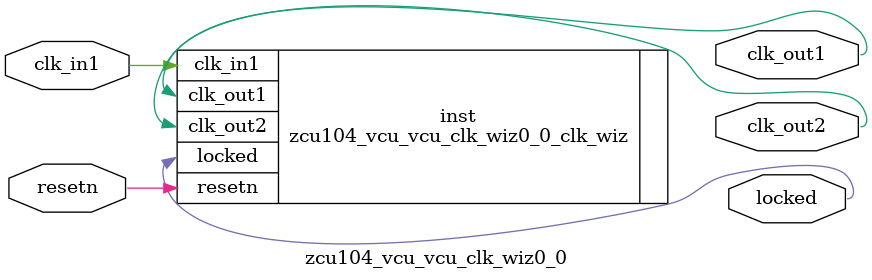
<source format=v>


`timescale 1ps/1ps

(* CORE_GENERATION_INFO = "zcu104_vcu_vcu_clk_wiz0_0,clk_wiz_v6_0_5_0_0,{component_name=zcu104_vcu_vcu_clk_wiz0_0,use_phase_alignment=false,use_min_o_jitter=false,use_max_i_jitter=false,use_dyn_phase_shift=false,use_inclk_switchover=false,use_dyn_reconfig=false,enable_axi=0,feedback_source=FDBK_AUTO,PRIMITIVE=MMCM,num_out_clk=2,clkin1_period=10.000,clkin2_period=10.000,use_power_down=false,use_reset=true,use_locked=true,use_inclk_stopped=false,feedback_type=SINGLE,CLOCK_MGR_TYPE=NA,manual_override=false}" *)

module zcu104_vcu_vcu_clk_wiz0_0 
 (
  // Clock out ports
  output        clk_out1,
  output        clk_out2,
  // Status and control signals
  input         resetn,
  output        locked,
 // Clock in ports
  input         clk_in1
 );

  zcu104_vcu_vcu_clk_wiz0_0_clk_wiz inst
  (
  // Clock out ports  
  .clk_out1(clk_out1),
  .clk_out2(clk_out2),
  // Status and control signals               
  .resetn(resetn), 
  .locked(locked),
 // Clock in ports
  .clk_in1(clk_in1)
  );

endmodule

</source>
